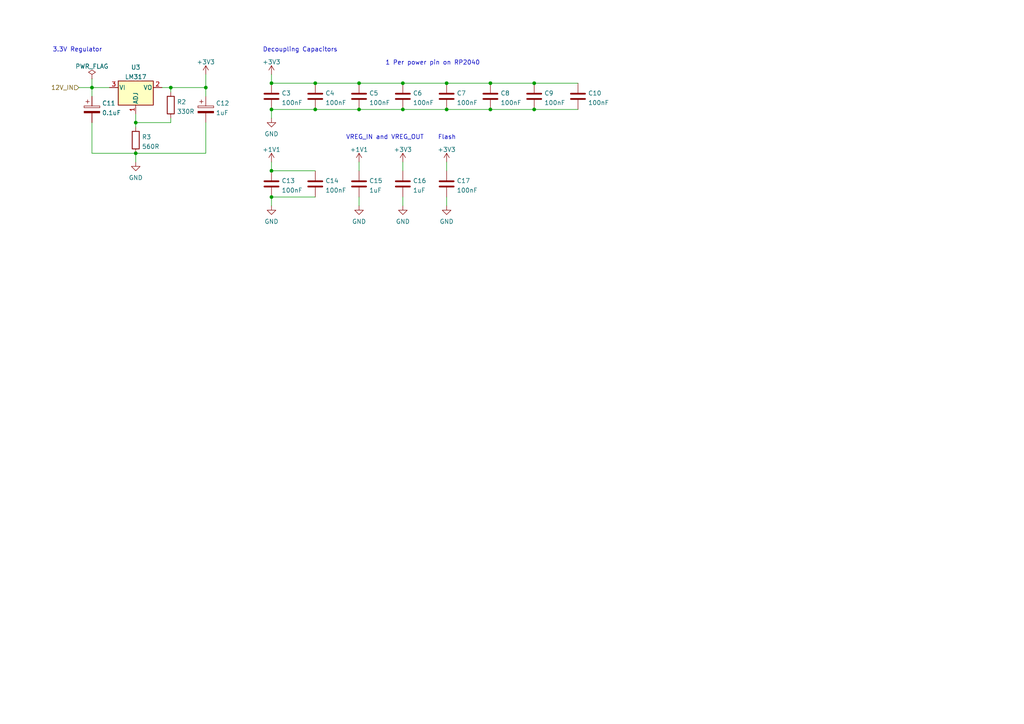
<source format=kicad_sch>
(kicad_sch (version 20211123) (generator eeschema)
  (paper "A4")
  (title_block (title "Main Board") (date "2022-03-18") (rev "V1.1.0") (company "Matthew Nickson") (comment 1 "Licence: CC-BY-SA-4.0"))
  (lib_symbols
    (symbol "Device:C" (pin_numbers hide) (pin_names (offset 0.254))
      (property "Reference" "C" (at 0.635 2.54 0))
      (property "Value" "C" (at 0.635 -2.54 0))
      (symbol "C_0_1"
        (polyline (pts (xy -2.032 -0.762) (xy 2.032 -0.762)) (stroke (width 0.508)))
        (polyline (pts (xy -2.032 0.762) (xy 2.032 0.762)) (stroke (width 0.508)))
      )
      (symbol "C_1_1"
        (pin passive line (at 0 3.81 270) (length 2.794) (name "~") (number "1"))
        (pin passive line (at 0 -3.81 90) (length 2.794) (name "~") (number "2"))
      )
    )
    (symbol "Device:C_Polarized" (pin_numbers hide) (pin_names (offset 0.254))
      (property "Reference" "C" (at 0.635 2.54 0))
      (property "Value" "C_Polarized" (at 0.635 -2.54 0))
      (symbol "C_Polarized_0_1"
        (rectangle (start -2.286 0.508) (end 2.286 1.016))
        (polyline (pts (xy -1.778 2.286) (xy -0.762 2.286)))
        (polyline (pts (xy -1.27 2.794) (xy -1.27 1.778)))
        (rectangle (start 2.286 -0.508) (end -2.286 -1.016) (fill (type outline)))
      )
      (symbol "C_Polarized_1_1"
        (pin passive line (at 0 3.81 270) (length 2.794) (name "~") (number "1"))
        (pin passive line (at 0 -3.81 90) (length 2.794) (name "~") (number "2"))
      )
    )
    (symbol "Device:R" (pin_numbers hide) (pin_names (offset 0))
      (property "Reference" "R" (at 2.032 0 90))
      (property "Value" "R" (at 0 0 90))
      (symbol "R_0_1"
        (rectangle (start -1.016 -2.54) (end 1.016 2.54) (stroke (width 0.254)))
      )
      (symbol "R_1_1"
        (pin passive line (at 0 3.81 270) (length 1.27) (name "~") (number "1"))
        (pin passive line (at 0 -3.81 90) (length 1.27) (name "~") (number "2"))
      )
    )
    (symbol "Regulator_Linear:LM317_SOT-223" (pin_names (offset 0.254))
      (property "Reference" "U" (at -3.81 3.175 0))
      (property "Value" "LM317_SOT-223" (at 0 3.175 0))
      (symbol "LM317_SOT-223_0_1"
        (rectangle (start -5.08 1.905) (end 5.08 -5.08) (stroke (width 0.254)) (fill (type background)))
      )
      (symbol "LM317_SOT-223_1_1"
        (pin input line (at 0 -7.62 90) (length 2.54) (name "ADJ") (number "1"))
        (pin power_out line (at 7.62 0 180) (length 2.54) (name "VO") (number "2"))
        (pin power_in line (at -7.62 0 0) (length 2.54) (name "VI") (number "3"))
      )
    )
    (symbol "power:+1V1" (power) (pin_names (offset 0))
      (property "Value" "+1V1" (at 0 3.556 0))
      (symbol "+1V1_0_1"
        (polyline (pts (xy -0.762 1.27) (xy 0 2.54)))
        (polyline (pts (xy 0 0) (xy 0 2.54)))
        (polyline (pts (xy 0 2.54) (xy 0.762 1.27)))
      )
      (symbol "+1V1_1_1"
        (pin power_in line (at 0 0 90) (length 0) hide (name "+1V1") (number "1"))
      )
    )
    (symbol "power:+3V3" (power) (pin_names (offset 0))
      (property "Value" "+3V3" (at 0 3.556 0))
      (symbol "+3V3_0_1"
        (polyline (pts (xy -0.762 1.27) (xy 0 2.54)))
        (polyline (pts (xy 0 0) (xy 0 2.54)))
        (polyline (pts (xy 0 2.54) (xy 0.762 1.27)))
      )
      (symbol "+3V3_1_1"
        (pin power_in line (at 0 0 90) (length 0) hide (name "+3V3") (number "1"))
      )
    )
    (symbol "power:GND" (power) (pin_names (offset 0))
      (property "Value" "GND" (at 0 -3.81 0))
      (symbol "GND_0_1"
        (polyline (pts (xy 0 0) (xy 0 -1.27) (xy 1.27 -1.27) (xy 0 -2.54) (xy -1.27 -1.27) (xy 0 -1.27)))
      )
      (symbol "GND_1_1"
        (pin power_in line (at 0 0 270) (length 0) hide (name "GND") (number "1"))
      )
    )
    (symbol "power:PWR_FLAG" (power) (pin_numbers hide) (pin_names (offset 0) hide)
      (property "Value" "PWR_FLAG" (at 0 3.81 0))
      (symbol "PWR_FLAG_0_0"
        (pin power_out line (at 0 0 90) (length 0) (name "pwr") (number "1"))
      )
      (symbol "PWR_FLAG_0_1"
        (polyline (pts (xy 0 0) (xy 0 1.27) (xy -1.016 1.905) (xy 0 2.54) (xy 1.016 1.905) (xy 0 1.27)))
      )
    )
  )
  (junction (at 59.69 25.4))
  (junction (at 104.14 24.13))
  (junction (at 78.74 31.75))
  (junction (at 91.44 31.75))
  (junction (at 142.24 31.75))
  (junction (at 104.14 31.75))
  (junction (at 26.67 25.4))
  (junction (at 39.37 44.45))
  (junction (at 142.24 24.13))
  (junction (at 129.54 31.75))
  (junction (at 154.94 24.13))
  (junction (at 129.54 24.13))
  (junction (at 49.53 25.4))
  (junction (at 78.74 24.13))
  (junction (at 39.37 35.56))
  (junction (at 116.84 31.75))
  (junction (at 78.74 49.53))
  (junction (at 116.84 24.13))
  (junction (at 91.44 24.13))
  (junction (at 154.94 31.75))
  (junction (at 78.74 57.15))
  (wire (pts (xy 104.14 46.99) (xy 104.14 49.53)))
  (wire (pts (xy 78.74 46.99) (xy 78.74 49.53)))
  (wire (pts (xy 129.54 46.99) (xy 129.54 49.53)))
  (wire (pts (xy 78.74 49.53) (xy 91.44 49.53)))
  (wire (pts (xy 116.84 46.99) (xy 116.84 49.53)))
  (wire (pts (xy 116.84 31.75) (xy 129.54 31.75)))
  (wire (pts (xy 154.94 24.13) (xy 167.64 24.13)))
  (wire (pts (xy 59.69 35.56) (xy 59.69 44.45)))
  (wire (pts (xy 78.74 57.15) (xy 78.74 59.69)))
  (wire (pts (xy 39.37 33.02) (xy 39.37 35.56)))
  (wire (pts (xy 116.84 24.13) (xy 129.54 24.13)))
  (wire (pts (xy 78.74 57.15) (xy 91.44 57.15)))
  (wire (pts (xy 59.69 27.94) (xy 59.69 25.4)))
  (wire (pts (xy 154.94 31.75) (xy 167.64 31.75)))
  (wire (pts (xy 129.54 57.15) (xy 129.54 59.69)))
  (wire (pts (xy 104.14 24.13) (xy 116.84 24.13)))
  (wire (pts (xy 49.53 25.4) (xy 49.53 26.67)))
  (wire (pts (xy 39.37 35.56) (xy 39.37 36.83)))
  (wire (pts (xy 78.74 31.75) (xy 91.44 31.75)))
  (wire (pts (xy 59.69 44.45) (xy 39.37 44.45)))
  (wire (pts (xy 49.53 35.56) (xy 39.37 35.56)))
  (wire (pts (xy 59.69 21.59) (xy 59.69 25.4)))
  (wire (pts (xy 26.67 44.45) (xy 39.37 44.45)))
  (wire (pts (xy 26.67 25.4) (xy 26.67 27.94)))
  (wire (pts (xy 78.74 21.59) (xy 78.74 24.13)))
  (wire (pts (xy 116.84 57.15) (xy 116.84 59.69)))
  (wire (pts (xy 129.54 24.13) (xy 142.24 24.13)))
  (wire (pts (xy 78.74 24.13) (xy 91.44 24.13)))
  (wire (pts (xy 129.54 31.75) (xy 142.24 31.75)))
  (wire (pts (xy 104.14 31.75) (xy 116.84 31.75)))
  (wire (pts (xy 49.53 34.29) (xy 49.53 35.56)))
  (wire (pts (xy 39.37 44.45) (xy 39.37 46.99)))
  (wire (pts (xy 26.67 22.86) (xy 26.67 25.4)))
  (wire (pts (xy 22.86 25.4) (xy 26.67 25.4)))
  (wire (pts (xy 142.24 24.13) (xy 154.94 24.13)))
  (wire (pts (xy 91.44 31.75) (xy 104.14 31.75)))
  (wire (pts (xy 142.24 31.75) (xy 154.94 31.75)))
  (wire (pts (xy 49.53 25.4) (xy 46.99 25.4)))
  (wire (pts (xy 78.74 31.75) (xy 78.74 34.29)))
  (wire (pts (xy 59.69 25.4) (xy 49.53 25.4)))
  (wire (pts (xy 26.67 25.4) (xy 31.75 25.4)))
  (wire (pts (xy 91.44 24.13) (xy 104.14 24.13)))
  (wire (pts (xy 104.14 57.15) (xy 104.14 59.69)))
  (wire (pts (xy 26.67 35.56) (xy 26.67 44.45)))
  (text "Decoupling Capacitors" (at 76.2 15.24 0) (effects (font (size 1.27 1.27)) (justify left bottom)))
  (text "VREG_IN and VREG_OUT" (at 100.33 40.64 0) (effects (font (size 1.27 1.27)) (justify left bottom)))
  (text "3.3V Regulator" (at 15.24 15.24 0) (effects (font (size 1.27 1.27)) (justify left bottom)))
  (text "Flash" (at 127 40.64 0) (effects (font (size 1.27 1.27)) (justify left bottom)))
  (text "1 Per power pin on RP2040" (at 111.76 19.05 0) (effects (font (size 1.27 1.27)) (justify left bottom)))
  (hierarchical_label "12V_IN" (shape input) (at 22.86 25.4 180))
  (symbol (lib_id "power:GND") (at 78.74 59.69 0) (unit 1)
    (property "Reference" "#PWR014" (effects hide))
    (property "Value" "GND" (at 78.74 64.2525 0))
  )
  (symbol (lib_id "power:+1V1") (at 104.14 46.99 0) (unit 1)
    (property "Reference" "#PWR011" (effects hide))
    (property "Value" "+1V1" (at 104.14 43.3855 0))
  )
  (symbol (lib_id "Device:C_Polarized") (at 26.67 31.75 0) (unit 1)
    (property "Reference" "C11" (at 29.591 29.9525 0) (effects (justify left)))
    (property "Value" "0.1uF" (at 29.591 32.7276 0) (effects (justify left)))
    (property "Footprint" "Capacitor_SMD:CP_Elec_4x3" (effects hide))
  )
  (symbol (lib_id "Regulator_Linear:LM317_SOT-223") (at 39.37 25.4 0) (unit 1)
    (property "Reference" "U3" (at 39.37 19.5285 0))
    (property "Value" "LM317" (at 39.37 22.3036 0))
    (property "Footprint" "Package_TO_SOT_SMD:SOT-223-3_TabPin2" (effects hide))
    (property "Datasheet" "http://www.ti.com/lit/ds/symlink/lm317.pdf" (effects hide))
  )
  (symbol (lib_id "power:GND") (at 129.54 59.69 0) (unit 1)
    (property "Reference" "#PWR017" (effects hide))
    (property "Value" "GND" (at 129.54 64.2525 0))
  )
  (symbol (lib_id "Device:C") (at 167.64 27.94 0) (unit 1)
    (property "Reference" "C10" (at 170.561 27.0315 0) (effects (justify left)))
    (property "Value" "100nF" (at 170.561 29.8066 0) (effects (justify left)))
    (property "Footprint" "Capacitor_SMD:C_0805_2012Metric" (effects hide))
  )
  (symbol (lib_id "Device:C") (at 91.44 27.94 0) (unit 1)
    (property "Reference" "C4" (at 94.361 27.0315 0) (effects (justify left)))
    (property "Value" "100nF" (at 94.361 29.8066 0) (effects (justify left)))
    (property "Footprint" "Capacitor_SMD:C_0805_2012Metric" (effects hide))
  )
  (symbol (lib_id "power:+1V1") (at 78.74 46.99 0) (unit 1)
    (property "Reference" "#PWR010" (effects hide))
    (property "Value" "+1V1" (at 78.74 43.3855 0))
  )
  (symbol (lib_id "power:+3V3") (at 116.84 46.99 0) (unit 1)
    (property "Reference" "#PWR012" (effects hide))
    (property "Value" "+3V3" (at 116.84 43.3855 0))
  )
  (symbol (lib_id "Device:C") (at 116.84 53.34 0) (unit 1)
    (property "Reference" "C16" (at 119.761 52.4315 0) (effects (justify left)))
    (property "Value" "1uF" (at 119.761 55.2066 0) (effects (justify left)))
    (property "Footprint" "Capacitor_SMD:C_0805_2012Metric" (effects hide))
  )
  (symbol (lib_id "power:+3V3") (at 59.69 21.59 0) (unit 1)
    (property "Reference" "#PWR06" (effects hide))
    (property "Value" "+3V3" (at 59.69 17.9855 0))
  )
  (symbol (lib_id "Device:C") (at 142.24 27.94 0) (unit 1)
    (property "Reference" "C8" (at 145.161 27.0315 0) (effects (justify left)))
    (property "Value" "100nF" (at 145.161 29.8066 0) (effects (justify left)))
    (property "Footprint" "Capacitor_SMD:C_0805_2012Metric" (effects hide))
  )
  (symbol (lib_id "Device:C") (at 91.44 53.34 0) (unit 1)
    (property "Reference" "C14" (at 94.361 52.4315 0) (effects (justify left)))
    (property "Value" "100nF" (at 94.361 55.2066 0) (effects (justify left)))
    (property "Footprint" "Capacitor_SMD:C_0805_2012Metric" (effects hide))
  )
  (symbol (lib_id "Device:C") (at 129.54 27.94 0) (unit 1)
    (property "Reference" "C7" (at 132.461 27.0315 0) (effects (justify left)))
    (property "Value" "100nF" (at 132.461 29.8066 0) (effects (justify left)))
    (property "Footprint" "Capacitor_SMD:C_0805_2012Metric" (effects hide))
  )
  (symbol (lib_id "Device:C") (at 104.14 53.34 0) (unit 1)
    (property "Reference" "C15" (at 107.061 52.4315 0) (effects (justify left)))
    (property "Value" "1uF" (at 107.061 55.2066 0) (effects (justify left)))
    (property "Footprint" "Capacitor_SMD:C_0805_2012Metric" (effects hide))
  )
  (symbol (lib_id "power:+3V3") (at 78.74 21.59 0) (unit 1)
    (property "Reference" "#PWR07" (effects hide))
    (property "Value" "+3V3" (at 78.74 17.9855 0))
  )
  (symbol (lib_id "Device:R") (at 39.37 40.64 0) (unit 1)
    (property "Reference" "R3" (at 41.148 39.7315 0) (effects (justify left)))
    (property "Value" "560R" (at 41.148 42.5066 0) (effects (justify left)))
    (property "Footprint" "Resistor_SMD:R_0805_2012Metric" (effects hide))
  )
  (symbol (lib_id "power:GND") (at 116.84 59.69 0) (unit 1)
    (property "Reference" "#PWR016" (effects hide))
    (property "Value" "GND" (at 116.84 64.2525 0))
  )
  (symbol (lib_id "power:GND") (at 78.74 34.29 0) (unit 1)
    (property "Reference" "#PWR08" (effects hide))
    (property "Value" "GND" (at 78.74 38.8525 0))
  )
  (symbol (lib_id "power:GND") (at 104.14 59.69 0) (unit 1)
    (property "Reference" "#PWR015" (effects hide))
    (property "Value" "GND" (at 104.14 64.2525 0))
  )
  (symbol (lib_id "Device:C_Polarized") (at 59.69 31.75 0) (unit 1)
    (property "Reference" "C12" (at 62.611 29.9525 0) (effects (justify left)))
    (property "Value" "1uF" (at 62.611 32.7276 0) (effects (justify left)))
    (property "Footprint" "Capacitor_SMD:CP_Elec_4x3" (effects hide))
  )
  (symbol (lib_id "power:+3V3") (at 129.54 46.99 0) (unit 1)
    (property "Reference" "#PWR013" (effects hide))
    (property "Value" "+3V3" (at 129.54 43.3855 0))
  )
  (symbol (lib_id "Device:C") (at 129.54 53.34 0) (unit 1)
    (property "Reference" "C17" (at 132.461 52.4315 0) (effects (justify left)))
    (property "Value" "100nF" (at 132.461 55.2066 0) (effects (justify left)))
    (property "Footprint" "Capacitor_SMD:C_0805_2012Metric" (effects hide))
  )
  (symbol (lib_id "power:GND") (at 39.37 46.99 0) (unit 1)
    (property "Reference" "#PWR09" (effects hide))
    (property "Value" "GND" (at 39.37 51.5525 0))
  )
  (symbol (lib_id "Device:R") (at 49.53 30.48 0) (unit 1)
    (property "Reference" "R2" (at 51.308 29.5715 0) (effects (justify left)))
    (property "Value" "330R" (at 51.308 32.3466 0) (effects (justify left)))
    (property "Footprint" "Resistor_SMD:R_0805_2012Metric" (effects hide))
  )
  (symbol (lib_id "Device:C") (at 104.14 27.94 0) (unit 1)
    (property "Reference" "C5" (at 107.061 27.0315 0) (effects (justify left)))
    (property "Value" "100nF" (at 107.061 29.8066 0) (effects (justify left)))
    (property "Footprint" "Capacitor_SMD:C_0805_2012Metric" (effects hide))
  )
  (symbol (lib_id "Device:C") (at 78.74 53.34 0) (unit 1)
    (property "Reference" "C13" (at 81.661 52.4315 0) (effects (justify left)))
    (property "Value" "100nF" (at 81.661 55.2066 0) (effects (justify left)))
    (property "Footprint" "Capacitor_SMD:C_0805_2012Metric" (effects hide))
  )
  (symbol (lib_id "power:PWR_FLAG") (at 26.67 22.86 0) (unit 1)
    (property "Reference" "#FLG0101" (effects hide))
    (property "Value" "PWR_FLAG" (at 26.67 19.2555 0))
  )
  (symbol (lib_id "Device:C") (at 78.74 27.94 0) (unit 1)
    (property "Reference" "C3" (at 81.661 27.0315 0) (effects (justify left)))
    (property "Value" "100nF" (at 81.661 29.8066 0) (effects (justify left)))
    (property "Footprint" "Capacitor_SMD:C_0805_2012Metric" (effects hide))
  )
  (symbol (lib_id "Device:C") (at 154.94 27.94 0) (unit 1)
    (property "Reference" "C9" (at 157.861 27.0315 0) (effects (justify left)))
    (property "Value" "100nF" (at 157.861 29.8066 0) (effects (justify left)))
    (property "Footprint" "Capacitor_SMD:C_0805_2012Metric" (effects hide))
  )
  (symbol (lib_id "Device:C") (at 116.84 27.94 0) (unit 1)
    (property "Reference" "C6" (at 119.761 27.0315 0) (effects (justify left)))
    (property "Value" "100nF" (at 119.761 29.8066 0) (effects (justify left)))
    (property "Footprint" "Capacitor_SMD:C_0805_2012Metric" (effects hide))
  )
)
</source>
